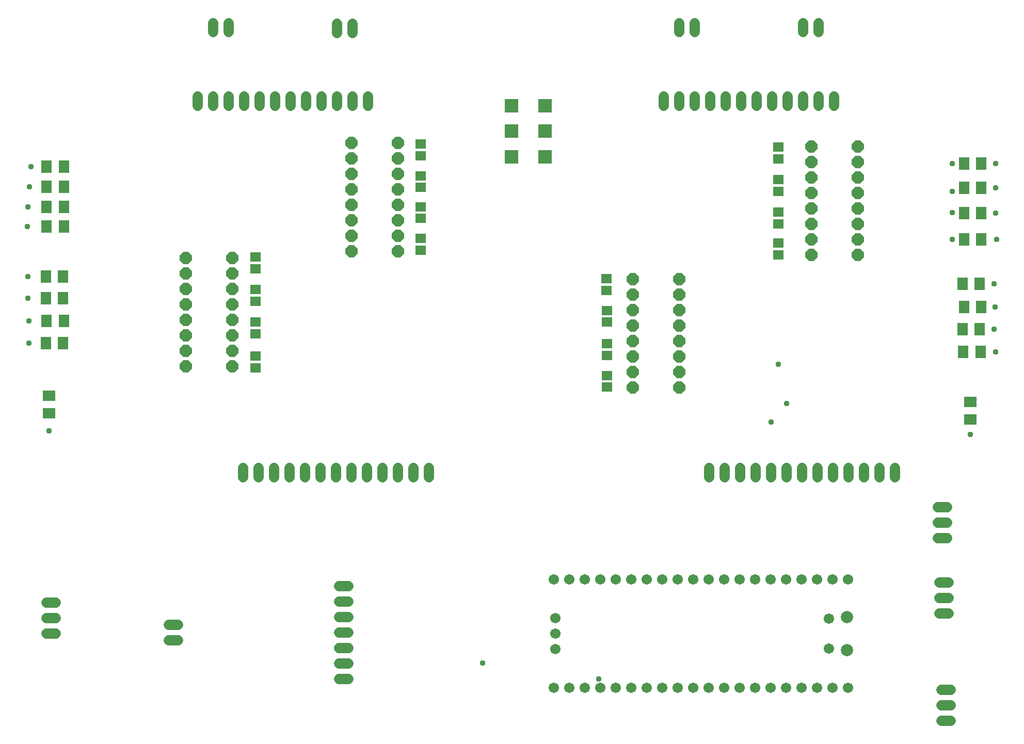
<source format=gbr>
G04 EAGLE Gerber RS-274X export*
G75*
%MOMM*%
%FSLAX34Y34*%
%LPD*%
%INSoldermask Top*%
%IPPOS*%
%AMOC8*
5,1,8,0,0,1.08239X$1,22.5*%
G01*
%ADD10C,1.727200*%
%ADD11R,2.006200X1.803200*%
%ADD12R,1.803200X2.006200*%
%ADD13C,1.711200*%
%ADD14R,2.303200X2.303200*%
%ADD15C,1.711200*%
%ADD16C,2.003200*%
%ADD17C,1.703200*%
%ADD18P,2.144431X8X22.500000*%
%ADD19R,1.703200X1.503200*%
%ADD20P,2.144431X8X202.500000*%
%ADD21C,0.959600*%


D10*
X1576070Y387350D02*
X1560830Y387350D01*
X1560830Y412750D02*
X1576070Y412750D01*
X2372360Y1264920D02*
X2372360Y1280160D01*
X2397760Y1280160D02*
X2397760Y1264920D01*
X2423160Y1264920D02*
X2423160Y1280160D01*
X2448560Y1280160D02*
X2448560Y1264920D01*
X2473960Y1264920D02*
X2473960Y1280160D01*
X2499360Y1280160D02*
X2499360Y1264920D01*
X2524760Y1264920D02*
X2524760Y1280160D01*
X2550160Y1280160D02*
X2550160Y1264920D01*
X2575560Y1264920D02*
X2575560Y1280160D01*
X2600960Y1280160D02*
X2600960Y1264920D01*
X2626360Y1264920D02*
X2626360Y1280160D01*
X2651760Y1280160D02*
X2651760Y1264920D01*
X1607820Y1264920D02*
X1607820Y1280160D01*
X1633220Y1280160D02*
X1633220Y1264920D01*
X1658620Y1264920D02*
X1658620Y1280160D01*
X1684020Y1280160D02*
X1684020Y1264920D01*
X1709420Y1264920D02*
X1709420Y1280160D01*
X1734820Y1280160D02*
X1734820Y1264920D01*
X1760220Y1264920D02*
X1760220Y1280160D01*
X1785620Y1280160D02*
X1785620Y1264920D01*
X1811020Y1264920D02*
X1811020Y1280160D01*
X1836420Y1280160D02*
X1836420Y1264920D01*
X1861820Y1264920D02*
X1861820Y1280160D01*
X1887220Y1280160D02*
X1887220Y1264920D01*
D11*
X2875280Y778760D03*
X2875280Y750320D03*
X1363980Y788920D03*
X1363980Y760480D03*
D12*
X1387090Y948690D03*
X1358650Y948690D03*
X1388360Y1131570D03*
X1359920Y1131570D03*
X1388360Y911860D03*
X1359920Y911860D03*
X1388360Y1098550D03*
X1359920Y1098550D03*
X1387090Y875030D03*
X1358650Y875030D03*
X1388360Y1066800D03*
X1359920Y1066800D03*
X1387090Y984250D03*
X1358650Y984250D03*
X1388360Y1164590D03*
X1359920Y1164590D03*
X2863600Y861060D03*
X2892040Y861060D03*
X2862330Y897890D03*
X2890770Y897890D03*
X2864870Y1045210D03*
X2893310Y1045210D03*
X2864870Y1088390D03*
X2893310Y1088390D03*
X2864870Y934720D03*
X2893310Y934720D03*
X2864870Y1130300D03*
X2893310Y1130300D03*
X2862330Y972820D03*
X2890770Y972820D03*
X2864870Y1169670D03*
X2893310Y1169670D03*
D13*
X1633220Y1385650D02*
X1633220Y1400730D01*
X1658620Y1400730D02*
X1658620Y1385650D01*
X1836420Y1384380D02*
X1836420Y1399460D01*
X1861820Y1399460D02*
X1861820Y1384380D01*
X2397760Y1385650D02*
X2397760Y1400730D01*
X2423160Y1400730D02*
X2423160Y1385650D01*
X2600960Y1385650D02*
X2600960Y1400730D01*
X2626360Y1400730D02*
X2626360Y1385650D01*
D10*
X1855470Y323850D02*
X1840230Y323850D01*
X1840230Y349250D02*
X1855470Y349250D01*
X1855470Y374650D02*
X1840230Y374650D01*
X1840230Y400050D02*
X1855470Y400050D01*
X1855470Y425450D02*
X1840230Y425450D01*
X1840230Y450850D02*
X1855470Y450850D01*
X1855470Y476250D02*
X1840230Y476250D01*
X1682750Y655320D02*
X1682750Y670560D01*
X1708150Y670560D02*
X1708150Y655320D01*
X1733550Y655320D02*
X1733550Y670560D01*
X1758950Y670560D02*
X1758950Y655320D01*
X1784350Y655320D02*
X1784350Y670560D01*
X1809750Y670560D02*
X1809750Y655320D01*
X1835150Y655320D02*
X1835150Y670560D01*
X1860550Y670560D02*
X1860550Y655320D01*
X1885950Y655320D02*
X1885950Y670560D01*
X1911350Y670560D02*
X1911350Y655320D01*
X1936750Y655320D02*
X1936750Y670560D01*
X1962150Y670560D02*
X1962150Y655320D01*
X1987550Y655320D02*
X1987550Y670560D01*
X2447290Y670560D02*
X2447290Y655320D01*
X2472690Y655320D02*
X2472690Y670560D01*
X2498090Y670560D02*
X2498090Y655320D01*
X2523490Y655320D02*
X2523490Y670560D01*
X2548890Y670560D02*
X2548890Y655320D01*
X2574290Y655320D02*
X2574290Y670560D01*
X2599690Y670560D02*
X2599690Y655320D01*
X2625090Y655320D02*
X2625090Y670560D01*
X2650490Y670560D02*
X2650490Y655320D01*
X2675890Y655320D02*
X2675890Y670560D01*
X2701290Y670560D02*
X2701290Y655320D01*
X2726690Y655320D02*
X2726690Y670560D01*
X2752090Y670560D02*
X2752090Y655320D01*
D14*
X2177610Y1265010D03*
X2177610Y1223010D03*
X2177610Y1181010D03*
X2122610Y1181010D03*
X2122610Y1223010D03*
X2122610Y1265010D03*
D15*
X2674620Y487680D03*
X2649220Y487680D03*
X2522220Y487680D03*
X2496820Y487680D03*
X2623820Y487680D03*
X2598420Y487680D03*
X2547620Y487680D03*
X2573020Y487680D03*
X2471420Y487680D03*
X2446020Y487680D03*
X2420620Y487680D03*
X2395220Y487680D03*
X2369820Y487680D03*
X2344420Y487680D03*
X2319020Y487680D03*
X2293620Y487680D03*
X2268220Y487680D03*
X2242820Y487680D03*
X2217420Y487680D03*
X2192020Y487680D03*
X2192020Y309880D03*
X2217420Y309880D03*
X2242820Y309880D03*
X2268220Y309880D03*
X2293620Y309880D03*
X2319020Y309880D03*
X2344420Y309880D03*
X2369820Y309880D03*
X2395220Y309880D03*
X2420620Y309880D03*
X2446020Y309880D03*
X2471420Y309880D03*
X2496820Y309880D03*
X2522220Y309880D03*
X2547620Y309880D03*
X2573020Y309880D03*
X2598420Y309880D03*
X2623820Y309880D03*
X2649220Y309880D03*
X2674620Y309880D03*
D16*
X2673320Y426030D03*
X2673320Y371530D03*
D17*
X2643020Y423030D03*
X2643020Y374530D03*
D15*
X2194320Y424180D03*
X2194320Y398780D03*
X2194320Y373380D03*
D18*
X1664970Y1014730D03*
X1664970Y989330D03*
X1664970Y963930D03*
X1664970Y938530D03*
X1664970Y913130D03*
X1664970Y887730D03*
X1664970Y862330D03*
X1664970Y836930D03*
X1588770Y1014730D03*
X1588770Y989330D03*
X1588770Y963930D03*
X1588770Y938530D03*
X1588770Y913130D03*
X1588770Y887730D03*
X1588770Y862330D03*
X1588770Y836930D03*
X1936750Y1203960D03*
X1936750Y1178560D03*
X1936750Y1153160D03*
X1936750Y1127760D03*
X1936750Y1102360D03*
X1936750Y1076960D03*
X1936750Y1051560D03*
X1936750Y1026160D03*
X1860550Y1203960D03*
X1860550Y1178560D03*
X1860550Y1153160D03*
X1860550Y1127760D03*
X1860550Y1102360D03*
X1860550Y1076960D03*
X1860550Y1051560D03*
X1860550Y1026160D03*
D19*
X1703070Y1016610D03*
X1703070Y997610D03*
X1703070Y963270D03*
X1703070Y944270D03*
X1703070Y909930D03*
X1703070Y890930D03*
X1703070Y854050D03*
X1703070Y835050D03*
X1973580Y1202030D03*
X1973580Y1183030D03*
X1973580Y1149960D03*
X1973580Y1130960D03*
X1973580Y1099160D03*
X1973580Y1080160D03*
X1973580Y1047090D03*
X1973580Y1028090D03*
D20*
X2321560Y802640D03*
X2321560Y828040D03*
X2321560Y853440D03*
X2321560Y878840D03*
X2321560Y904240D03*
X2321560Y929640D03*
X2321560Y955040D03*
X2321560Y980440D03*
X2397760Y802640D03*
X2397760Y828040D03*
X2397760Y853440D03*
X2397760Y878840D03*
X2397760Y904240D03*
X2397760Y929640D03*
X2397760Y955040D03*
X2397760Y980440D03*
X2614930Y1019810D03*
X2614930Y1045210D03*
X2614930Y1070610D03*
X2614930Y1096010D03*
X2614930Y1121410D03*
X2614930Y1146810D03*
X2614930Y1172210D03*
X2614930Y1197610D03*
X2691130Y1019810D03*
X2691130Y1045210D03*
X2691130Y1070610D03*
X2691130Y1096010D03*
X2691130Y1121410D03*
X2691130Y1146810D03*
X2691130Y1172210D03*
X2691130Y1197610D03*
D19*
X2279650Y822300D03*
X2279650Y803300D03*
X2279650Y874370D03*
X2279650Y855370D03*
X2279650Y928980D03*
X2279650Y909980D03*
X2278380Y981050D03*
X2278380Y962050D03*
X2560320Y1020470D03*
X2560320Y1039470D03*
X2560320Y1071270D03*
X2560320Y1090270D03*
X2560320Y1124610D03*
X2560320Y1143610D03*
X2560320Y1177950D03*
X2560320Y1196950D03*
D10*
X1375410Y398780D02*
X1360170Y398780D01*
X1360170Y424180D02*
X1375410Y424180D01*
X1375410Y449580D02*
X1360170Y449580D01*
X2824480Y431800D02*
X2839720Y431800D01*
X2839720Y457200D02*
X2824480Y457200D01*
X2824480Y482600D02*
X2839720Y482600D01*
X2837180Y554990D02*
X2821940Y554990D01*
X2821940Y580390D02*
X2837180Y580390D01*
X2837180Y605790D02*
X2821940Y605790D01*
X2828290Y255270D02*
X2843530Y255270D01*
X2843530Y280670D02*
X2828290Y280670D01*
X2828290Y306070D02*
X2843530Y306070D01*
D21*
X2075180Y350520D03*
X2265680Y323850D03*
X1363980Y731520D03*
X1329690Y948690D03*
X1332230Y1131570D03*
X1330960Y911860D03*
X1329690Y1098550D03*
X1330960Y875030D03*
X1328420Y1066800D03*
X1329690Y984250D03*
X1334770Y1164590D03*
X2846070Y1045210D03*
X2846070Y1169670D03*
X2846070Y1123950D03*
X2846070Y1089660D03*
X2548890Y745490D03*
X2574290Y775970D03*
X2560320Y840740D03*
X2875280Y725170D03*
X2914650Y897890D03*
X2917190Y1088390D03*
X2915920Y934720D03*
X2917190Y1130300D03*
X2914650Y972820D03*
X2917190Y1169670D03*
X2917190Y861060D03*
X2918460Y1045210D03*
M02*

</source>
